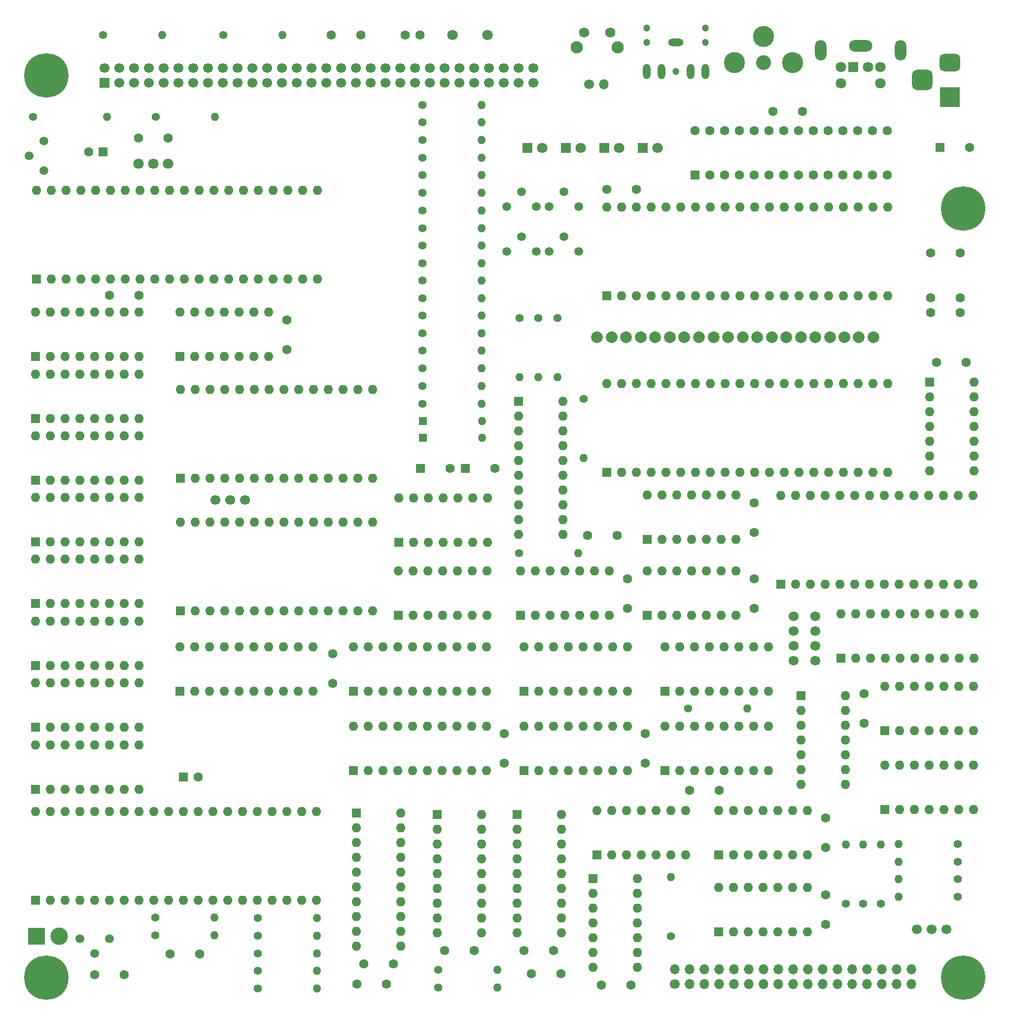
<source format=gbr>
%TF.GenerationSoftware,KiCad,Pcbnew,9.0.6*%
%TF.CreationDate,2026-01-15T01:14:34+00:00*%
%TF.ProjectId,EinsteinCE,45696e73-7465-4696-9e43-452e6b696361,rev?*%
%TF.SameCoordinates,Original*%
%TF.FileFunction,Soldermask,Top*%
%TF.FilePolarity,Negative*%
%FSLAX46Y46*%
G04 Gerber Fmt 4.6, Leading zero omitted, Abs format (unit mm)*
G04 Created by KiCad (PCBNEW 9.0.6) date 2026-01-15 01:14:34*
%MOMM*%
%LPD*%
G01*
G04 APERTURE LIST*
G04 Aperture macros list*
%AMRoundRect*
0 Rectangle with rounded corners*
0 $1 Rounding radius*
0 $2 $3 $4 $5 $6 $7 $8 $9 X,Y pos of 4 corners*
0 Add a 4 corners polygon primitive as box body*
4,1,4,$2,$3,$4,$5,$6,$7,$8,$9,$2,$3,0*
0 Add four circle primitives for the rounded corners*
1,1,$1+$1,$2,$3*
1,1,$1+$1,$4,$5*
1,1,$1+$1,$6,$7*
1,1,$1+$1,$8,$9*
0 Add four rect primitives between the rounded corners*
20,1,$1+$1,$2,$3,$4,$5,0*
20,1,$1+$1,$4,$5,$6,$7,0*
20,1,$1+$1,$6,$7,$8,$9,0*
20,1,$1+$1,$8,$9,$2,$3,0*%
G04 Aperture macros list end*
%ADD10C,1.400000*%
%ADD11O,1.400000X1.400000*%
%ADD12C,1.600000*%
%ADD13R,1.600000X1.600000*%
%ADD14O,1.600000X1.600000*%
%ADD15C,1.700000*%
%ADD16C,1.800000*%
%ADD17C,1.500000*%
%ADD18C,0.800000*%
%ADD19C,7.620000*%
%ADD20O,1.700000X1.700000*%
%ADD21C,2.550000*%
%ADD22C,3.616000*%
%ADD23R,3.000000X3.000000*%
%ADD24C,3.000000*%
%ADD25C,2.100000*%
%ADD26C,1.750000*%
%ADD27RoundRect,0.250000X0.550000X-0.550000X0.550000X0.550000X-0.550000X0.550000X-0.550000X-0.550000X0*%
%ADD28R,1.800000X1.800000*%
%ADD29R,1.700000X1.700000*%
%ADD30R,1.400000X1.400000*%
%ADD31C,1.200000*%
%ADD32O,2.616000X1.308000*%
%ADD33O,1.308000X2.616000*%
%ADD34O,2.000000X3.500000*%
%ADD35O,4.000000X2.000000*%
%ADD36C,2.000000*%
%ADD37R,3.500000X3.500000*%
%ADD38RoundRect,0.750000X-1.000000X0.750000X-1.000000X-0.750000X1.000000X-0.750000X1.000000X0.750000X0*%
%ADD39RoundRect,0.875000X-0.875000X0.875000X-0.875000X-0.875000X0.875000X-0.875000X0.875000X0.875000X0*%
G04 APERTURE END LIST*
D10*
%TO.C,R3*%
X72810000Y-202090000D03*
D11*
X82970000Y-202090000D03*
%TD*%
D12*
%TO.C,C122*%
X206030000Y-92640000D03*
X206030000Y-95180000D03*
%TD*%
%TO.C,C37*%
X108625000Y-207020000D03*
X113705000Y-207020000D03*
%TD*%
%TO.C,X121*%
X206050000Y-84890000D03*
X211130000Y-84890000D03*
%TD*%
D13*
%TO.C,I17*%
X157360000Y-134130000D03*
D14*
X159900000Y-134130000D03*
X162440000Y-134130000D03*
X164980000Y-134130000D03*
X167520000Y-134130000D03*
X170060000Y-134130000D03*
X172600000Y-134130000D03*
X172600000Y-126510000D03*
X170060000Y-126510000D03*
X167520000Y-126510000D03*
X164980000Y-126510000D03*
X162440000Y-126510000D03*
X159900000Y-126510000D03*
X157360000Y-126510000D03*
%TD*%
D13*
%TO.C,I42*%
X180245000Y-141790000D03*
D14*
X182785000Y-141790000D03*
X185325000Y-141790000D03*
X187865000Y-141790000D03*
X190405000Y-141790000D03*
X192945000Y-141790000D03*
X195485000Y-141790000D03*
X198025000Y-141790000D03*
X200565000Y-141790000D03*
X203105000Y-141790000D03*
X205645000Y-141790000D03*
X208185000Y-141790000D03*
X210725000Y-141790000D03*
X213265000Y-141790000D03*
X213265000Y-126550000D03*
X210725000Y-126550000D03*
X208185000Y-126550000D03*
X205645000Y-126550000D03*
X203105000Y-126550000D03*
X200565000Y-126550000D03*
X198025000Y-126550000D03*
X195485000Y-126550000D03*
X192945000Y-126550000D03*
X190405000Y-126550000D03*
X187865000Y-126550000D03*
X185325000Y-126550000D03*
X182785000Y-126550000D03*
X180245000Y-126550000D03*
%TD*%
D15*
%TO.C,M12*%
X203690000Y-201040000D03*
X206230000Y-201040000D03*
X208770000Y-201040000D03*
%TD*%
D10*
%TO.C,R123*%
X118700000Y-68550000D03*
D11*
X128860000Y-68550000D03*
%TD*%
D10*
%TO.C,R1*%
X72810000Y-199040000D03*
D11*
X82970000Y-199040000D03*
%TD*%
D13*
%TO.C,I48*%
X169630000Y-201460000D03*
D14*
X172170000Y-201460000D03*
X174710000Y-201460000D03*
X177250000Y-201460000D03*
X179790000Y-201460000D03*
X182330000Y-201460000D03*
X184870000Y-201460000D03*
X184870000Y-193840000D03*
X182330000Y-193840000D03*
X179790000Y-193840000D03*
X177250000Y-193840000D03*
X174710000Y-193840000D03*
X172170000Y-193840000D03*
X169630000Y-193840000D03*
%TD*%
D13*
%TO.C,I47*%
X148030000Y-192320000D03*
D14*
X148030000Y-194860000D03*
X148030000Y-197400000D03*
X148030000Y-199940000D03*
X148030000Y-202480000D03*
X148030000Y-205020000D03*
X148030000Y-207560000D03*
X155650000Y-207560000D03*
X155650000Y-205020000D03*
X155650000Y-202480000D03*
X155650000Y-199940000D03*
X155650000Y-197400000D03*
X155650000Y-194860000D03*
X155650000Y-192320000D03*
%TD*%
D12*
%TO.C,C27*%
X175680000Y-132900000D03*
X175680000Y-127820000D03*
%TD*%
D16*
%TO.C,C8*%
X129865000Y-47510000D03*
X123865000Y-47510000D03*
%TD*%
D12*
%TO.C,C34*%
X149490000Y-210600000D03*
X154570000Y-210600000D03*
%TD*%
D17*
%TO.C,Q123*%
X133180000Y-84690000D03*
X135720000Y-82150000D03*
X138260000Y-84690000D03*
%TD*%
D18*
%TO.C,HA4*%
X51252500Y-54390000D03*
X52089442Y-52369442D03*
X52089442Y-56410558D03*
X54110000Y-51532500D03*
D19*
X54110000Y-54390000D03*
D18*
X54110000Y-57247500D03*
X56130558Y-52369442D03*
X56130558Y-56410558D03*
X56967500Y-54390000D03*
%TD*%
D12*
%TO.C,C41*%
X132820000Y-172505000D03*
X132820000Y-167425000D03*
%TD*%
D13*
%TO.C,I52*%
X114632500Y-134630000D03*
D14*
X117172500Y-134630000D03*
X119712500Y-134630000D03*
X122252500Y-134630000D03*
X124792500Y-134630000D03*
X127332500Y-134630000D03*
X129872500Y-134630000D03*
X129872500Y-127010000D03*
X127332500Y-127010000D03*
X124792500Y-127010000D03*
X122252500Y-127010000D03*
X119712500Y-127010000D03*
X117172500Y-127010000D03*
X114632500Y-127010000D03*
%TD*%
D10*
%TO.C,R86*%
X118700000Y-101695000D03*
D11*
X128860000Y-101695000D03*
%TD*%
D13*
%TO.C,I25*%
X169630000Y-188270000D03*
D14*
X172170000Y-188270000D03*
X174710000Y-188270000D03*
X177250000Y-188270000D03*
X179790000Y-188270000D03*
X182330000Y-188270000D03*
X184870000Y-188270000D03*
X184870000Y-180650000D03*
X182330000Y-180650000D03*
X179790000Y-180650000D03*
X177250000Y-180650000D03*
X174710000Y-180650000D03*
X172170000Y-180650000D03*
X169630000Y-180650000D03*
%TD*%
D13*
%TO.C,I34*%
X183770000Y-160960000D03*
D14*
X183770000Y-163500000D03*
X183770000Y-166040000D03*
X183770000Y-168580000D03*
X183770000Y-171120000D03*
X183770000Y-173660000D03*
X183770000Y-176200000D03*
X191390000Y-176200000D03*
X191390000Y-173660000D03*
X191390000Y-171120000D03*
X191390000Y-168580000D03*
X191390000Y-166040000D03*
X191390000Y-163500000D03*
X191390000Y-160960000D03*
%TD*%
D13*
%TO.C,C23*%
X207620000Y-66770000D03*
D12*
X212700000Y-66770000D03*
%TD*%
%TO.C,C121*%
X178970000Y-60650000D03*
X184050000Y-60650000D03*
%TD*%
D15*
%TO.C,M5*%
X162040000Y-210440000D03*
D20*
X162040000Y-207900000D03*
X164580000Y-210440000D03*
X164580000Y-207900000D03*
X167120000Y-210440000D03*
X167120000Y-207900000D03*
X169660000Y-210440000D03*
X169660000Y-207900000D03*
X172200000Y-210440000D03*
X172200000Y-207900000D03*
X174740000Y-210440000D03*
X174740000Y-207900000D03*
X177280000Y-210440000D03*
X177280000Y-207900000D03*
X179820000Y-210440000D03*
X179820000Y-207900000D03*
X182360000Y-210440000D03*
X182360000Y-207900000D03*
X184900000Y-210440000D03*
X184900000Y-207900000D03*
X187440000Y-210440000D03*
X187440000Y-207900000D03*
X189980000Y-210440000D03*
X189980000Y-207900000D03*
X192520000Y-210440000D03*
X192520000Y-207900000D03*
X195060000Y-210440000D03*
X195060000Y-207900000D03*
X197600000Y-210440000D03*
X197600000Y-207900000D03*
X200140000Y-210440000D03*
X200140000Y-207900000D03*
X202680000Y-210440000D03*
X202680000Y-207900000D03*
%TD*%
D13*
%TO.C,I6*%
X136160000Y-173780000D03*
D14*
X138700000Y-173780000D03*
X141240000Y-173780000D03*
X143780000Y-173780000D03*
X146320000Y-173780000D03*
X148860000Y-173780000D03*
X151400000Y-173780000D03*
X153940000Y-173780000D03*
X153940000Y-166160000D03*
X151400000Y-166160000D03*
X148860000Y-166160000D03*
X146320000Y-166160000D03*
X143780000Y-166160000D03*
X141240000Y-166160000D03*
X138700000Y-166160000D03*
X136160000Y-166160000D03*
%TD*%
D13*
%TO.C,I100*%
X52420000Y-89360000D03*
D14*
X54960000Y-89360000D03*
X57500000Y-89360000D03*
X60040000Y-89360000D03*
X62580000Y-89360000D03*
X65120000Y-89360000D03*
X67660000Y-89360000D03*
X70200000Y-89360000D03*
X72740000Y-89360000D03*
X75280000Y-89360000D03*
X77820000Y-89360000D03*
X80360000Y-89360000D03*
X82900000Y-89360000D03*
X85440000Y-89360000D03*
X87980000Y-89360000D03*
X90520000Y-89360000D03*
X93060000Y-89360000D03*
X95600000Y-89360000D03*
X98140000Y-89360000D03*
X100680000Y-89360000D03*
X100680000Y-74120000D03*
X98140000Y-74120000D03*
X95600000Y-74120000D03*
X93060000Y-74120000D03*
X90520000Y-74120000D03*
X87980000Y-74120000D03*
X85440000Y-74120000D03*
X82900000Y-74120000D03*
X80360000Y-74120000D03*
X77820000Y-74120000D03*
X75280000Y-74120000D03*
X72740000Y-74120000D03*
X70200000Y-74120000D03*
X67660000Y-74120000D03*
X65120000Y-74120000D03*
X62580000Y-74120000D03*
X60040000Y-74120000D03*
X57500000Y-74120000D03*
X54960000Y-74120000D03*
X52420000Y-74120000D03*
%TD*%
D12*
%TO.C,C30*%
X153960000Y-145940000D03*
X153960000Y-140860000D03*
%TD*%
%TO.C,C47*%
X207060000Y-103740000D03*
X212140000Y-103740000D03*
%TD*%
%TO.C,C31*%
X194630000Y-165700000D03*
X194630000Y-160620000D03*
%TD*%
D13*
%TO.C,I28*%
X205830000Y-107065000D03*
D14*
X205830000Y-109605000D03*
X205830000Y-112145000D03*
X205830000Y-114685000D03*
X205830000Y-117225000D03*
X205830000Y-119765000D03*
X205830000Y-122305000D03*
X213450000Y-122305000D03*
X213450000Y-119765000D03*
X213450000Y-117225000D03*
X213450000Y-114685000D03*
X213450000Y-112145000D03*
X213450000Y-109605000D03*
X213450000Y-107065000D03*
%TD*%
D10*
%TO.C,R33*%
X121420000Y-211050000D03*
D11*
X131580000Y-211050000D03*
%TD*%
D12*
%TO.C,C123*%
X211130000Y-92640000D03*
X211130000Y-95180000D03*
%TD*%
D13*
%TO.C,C25*%
X118390000Y-121890000D03*
D12*
X123470000Y-121890000D03*
%TD*%
D18*
%TO.C,HA3*%
X51252500Y-209330000D03*
X52089442Y-207309442D03*
X52089442Y-211350558D03*
X54110000Y-206472500D03*
D19*
X54110000Y-209330000D03*
D18*
X54110000Y-212187500D03*
X56130558Y-207309442D03*
X56130558Y-211350558D03*
X56967500Y-209330000D03*
%TD*%
D10*
%TO.C,R125*%
X118700000Y-74560000D03*
D11*
X128860000Y-74560000D03*
%TD*%
D12*
%TO.C,X1*%
X103105000Y-47510000D03*
X108185000Y-47510000D03*
%TD*%
D13*
%TO.C,I61*%
X121280000Y-181320000D03*
D14*
X121280000Y-183860000D03*
X121280000Y-186400000D03*
X121280000Y-188940000D03*
X121280000Y-191480000D03*
X121280000Y-194020000D03*
X121280000Y-196560000D03*
X121280000Y-199100000D03*
X121280000Y-201640000D03*
X128900000Y-201640000D03*
X128900000Y-199100000D03*
X128900000Y-196560000D03*
X128900000Y-194020000D03*
X128900000Y-191480000D03*
X128900000Y-188940000D03*
X128900000Y-186400000D03*
X128900000Y-183860000D03*
X128900000Y-181320000D03*
%TD*%
D13*
%TO.C,IC157*%
X52260000Y-113330000D03*
D14*
X54800000Y-113330000D03*
X57340000Y-113330000D03*
X59880000Y-113330000D03*
X62420000Y-113330000D03*
X64960000Y-113330000D03*
X67500000Y-113330000D03*
X70040000Y-113330000D03*
X70040000Y-105710000D03*
X67500000Y-105710000D03*
X64960000Y-105710000D03*
X62420000Y-105710000D03*
X59880000Y-105710000D03*
X57340000Y-105710000D03*
X54800000Y-105710000D03*
X52260000Y-105710000D03*
%TD*%
D17*
%TO.C,Q121*%
X133180000Y-76940000D03*
X135720000Y-74400000D03*
X138260000Y-76940000D03*
%TD*%
D10*
%TO.C,R53*%
X118700000Y-59510000D03*
D11*
X128860000Y-59510000D03*
%TD*%
D10*
%TO.C,R28*%
X210700000Y-192475000D03*
D11*
X200540000Y-192475000D03*
%TD*%
D13*
%TO.C,I30*%
X150370000Y-122600000D03*
D14*
X152910000Y-122600000D03*
X155450000Y-122600000D03*
X157990000Y-122600000D03*
X160530000Y-122600000D03*
X163070000Y-122600000D03*
X165610000Y-122600000D03*
X168150000Y-122600000D03*
X170690000Y-122600000D03*
X173230000Y-122600000D03*
X175770000Y-122600000D03*
X178310000Y-122600000D03*
X180850000Y-122600000D03*
X183390000Y-122600000D03*
X185930000Y-122600000D03*
X188470000Y-122600000D03*
X191010000Y-122600000D03*
X193550000Y-122600000D03*
X196090000Y-122600000D03*
X198630000Y-122600000D03*
X198630000Y-107360000D03*
X196090000Y-107360000D03*
X193550000Y-107360000D03*
X191010000Y-107360000D03*
X188470000Y-107360000D03*
X185930000Y-107360000D03*
X183390000Y-107360000D03*
X180850000Y-107360000D03*
X178310000Y-107360000D03*
X175770000Y-107360000D03*
X173230000Y-107360000D03*
X170690000Y-107360000D03*
X168150000Y-107360000D03*
X165610000Y-107360000D03*
X163070000Y-107360000D03*
X160530000Y-107360000D03*
X157990000Y-107360000D03*
X155450000Y-107360000D03*
X152910000Y-107360000D03*
X150370000Y-107360000D03*
%TD*%
D12*
%TO.C,C7*%
X115805000Y-47510000D03*
X118345000Y-47510000D03*
%TD*%
%TO.C,C11*%
X62470000Y-208850000D03*
X67550000Y-208850000D03*
%TD*%
D17*
%TO.C,Q81*%
X53740000Y-70730000D03*
X51200000Y-68190000D03*
X53740000Y-65650000D03*
%TD*%
D21*
%TO.C,M81*%
X177300000Y-52230000D03*
D22*
X172300000Y-52230000D03*
X177300000Y-47730000D03*
X182300000Y-52230000D03*
%TD*%
D13*
%TO.C,I26*%
X160400000Y-173780000D03*
D14*
X162940000Y-173780000D03*
X165480000Y-173780000D03*
X168020000Y-173780000D03*
X170560000Y-173780000D03*
X173100000Y-173780000D03*
X175640000Y-173780000D03*
X178180000Y-173780000D03*
X178180000Y-166160000D03*
X175640000Y-166160000D03*
X173100000Y-166160000D03*
X170560000Y-166160000D03*
X168020000Y-166160000D03*
X165480000Y-166160000D03*
X162940000Y-166160000D03*
X160400000Y-166160000D03*
%TD*%
D13*
%TO.C,I60*%
X134950000Y-181320000D03*
D14*
X134950000Y-183860000D03*
X134950000Y-186400000D03*
X134950000Y-188940000D03*
X134950000Y-191480000D03*
X134950000Y-194020000D03*
X134950000Y-196560000D03*
X134950000Y-199100000D03*
X134950000Y-201640000D03*
X142570000Y-201640000D03*
X142570000Y-199100000D03*
X142570000Y-196560000D03*
X142570000Y-194020000D03*
X142570000Y-191480000D03*
X142570000Y-188940000D03*
X142570000Y-186400000D03*
X142570000Y-183860000D03*
X142570000Y-181320000D03*
%TD*%
D13*
%TO.C,I1*%
X52290000Y-196110000D03*
D14*
X54830000Y-196110000D03*
X57370000Y-196110000D03*
X59910000Y-196110000D03*
X62450000Y-196110000D03*
X64990000Y-196110000D03*
X67530000Y-196110000D03*
X70070000Y-196110000D03*
X72610000Y-196110000D03*
X75150000Y-196110000D03*
X77690000Y-196110000D03*
X80230000Y-196110000D03*
X82770000Y-196110000D03*
X85310000Y-196110000D03*
X87850000Y-196110000D03*
X90390000Y-196110000D03*
X92930000Y-196110000D03*
X95470000Y-196110000D03*
X98010000Y-196110000D03*
X100550000Y-196110000D03*
X100550000Y-180870000D03*
X98010000Y-180870000D03*
X95470000Y-180870000D03*
X92930000Y-180870000D03*
X90390000Y-180870000D03*
X87850000Y-180870000D03*
X85310000Y-180870000D03*
X82770000Y-180870000D03*
X80230000Y-180870000D03*
X77690000Y-180870000D03*
X75150000Y-180870000D03*
X72610000Y-180870000D03*
X70070000Y-180870000D03*
X67530000Y-180870000D03*
X64990000Y-180870000D03*
X62450000Y-180870000D03*
X59910000Y-180870000D03*
X57370000Y-180870000D03*
X54830000Y-180870000D03*
X52290000Y-180870000D03*
%TD*%
D10*
%TO.C,R54*%
X118700000Y-107760000D03*
D11*
X128860000Y-107760000D03*
%TD*%
D12*
%TO.C,C1*%
X152180000Y-133420000D03*
X147100000Y-133420000D03*
%TD*%
D10*
%TO.C,R11*%
X135370000Y-96050000D03*
D11*
X135370000Y-106210000D03*
%TD*%
D13*
%TO.C,I21*%
X157360000Y-147170000D03*
D14*
X159900000Y-147170000D03*
X162440000Y-147170000D03*
X164980000Y-147170000D03*
X167520000Y-147170000D03*
X170060000Y-147170000D03*
X172600000Y-147170000D03*
X172600000Y-139550000D03*
X170060000Y-139550000D03*
X167520000Y-139550000D03*
X164980000Y-139550000D03*
X162440000Y-139550000D03*
X159900000Y-139550000D03*
X157360000Y-139550000D03*
%TD*%
D13*
%TO.C,IC155*%
X52260000Y-134550000D03*
D14*
X54800000Y-134550000D03*
X57340000Y-134550000D03*
X59880000Y-134550000D03*
X62420000Y-134550000D03*
X64960000Y-134550000D03*
X67500000Y-134550000D03*
X70040000Y-134550000D03*
X70040000Y-126930000D03*
X67500000Y-126930000D03*
X64960000Y-126930000D03*
X62420000Y-126930000D03*
X59880000Y-126930000D03*
X57340000Y-126930000D03*
X54800000Y-126930000D03*
X52260000Y-126930000D03*
%TD*%
D10*
%TO.C,R36*%
X90480000Y-211220000D03*
D11*
X100640000Y-211220000D03*
%TD*%
D23*
%TO.C,M60*%
X52395000Y-202280000D03*
D24*
X56355000Y-202280000D03*
%TD*%
D25*
%TO.C,S1*%
X145220000Y-49580000D03*
X152230000Y-49580000D03*
D26*
X146470000Y-47090000D03*
X150970000Y-47090000D03*
%TD*%
D10*
%TO.C,R30*%
X210700000Y-189465000D03*
D11*
X200540000Y-189465000D03*
%TD*%
D27*
%TO.C,I121*%
X165520000Y-71570000D03*
D12*
X168060000Y-71570000D03*
X170600000Y-71570000D03*
X173140000Y-71570000D03*
X175680000Y-71570000D03*
X178220000Y-71570000D03*
X180760000Y-71570000D03*
X183300000Y-71570000D03*
X185840000Y-71570000D03*
X188380000Y-71570000D03*
X190920000Y-71570000D03*
X193460000Y-71570000D03*
X196000000Y-71570000D03*
X198540000Y-71570000D03*
X198540000Y-63950000D03*
X196000000Y-63950000D03*
X193460000Y-63950000D03*
X190920000Y-63950000D03*
X188380000Y-63950000D03*
X185840000Y-63950000D03*
X183300000Y-63950000D03*
X180760000Y-63950000D03*
X178220000Y-63950000D03*
X175680000Y-63950000D03*
X173140000Y-63950000D03*
X170600000Y-63950000D03*
X168060000Y-63950000D03*
X165520000Y-63950000D03*
%TD*%
%TO.C,X2*%
X137480000Y-208680000D03*
X142560000Y-208680000D03*
%TD*%
D17*
%TO.C,Q124*%
X140490000Y-84690000D03*
X143030000Y-82150000D03*
X145570000Y-84690000D03*
%TD*%
D12*
%TO.C,C42*%
X157020000Y-172505000D03*
X157020000Y-167425000D03*
%TD*%
D15*
%TO.C,M18*%
X83200000Y-127320000D03*
X85740000Y-127320000D03*
X88280000Y-127320000D03*
%TD*%
D10*
%TO.C,R7*%
X164360000Y-163110000D03*
D11*
X174520000Y-163110000D03*
%TD*%
D10*
%TO.C,R40*%
X146440000Y-110000000D03*
D11*
X146440000Y-120160000D03*
%TD*%
D13*
%TO.C,IC156*%
X52260000Y-123920000D03*
D14*
X54800000Y-123920000D03*
X57340000Y-123920000D03*
X59880000Y-123920000D03*
X62420000Y-123920000D03*
X64960000Y-123920000D03*
X67500000Y-123920000D03*
X70040000Y-123920000D03*
X70040000Y-116300000D03*
X67500000Y-116300000D03*
X64960000Y-116300000D03*
X62420000Y-116300000D03*
X59880000Y-116300000D03*
X57340000Y-116300000D03*
X54800000Y-116300000D03*
X52260000Y-116300000D03*
%TD*%
D10*
%TO.C,R91*%
X84560000Y-47510000D03*
D11*
X94720000Y-47510000D03*
%TD*%
D12*
%TO.C,C46*%
X155470000Y-73970000D03*
X150390000Y-73970000D03*
%TD*%
%TO.C,C33*%
X187970000Y-200230000D03*
X187970000Y-195150000D03*
%TD*%
D28*
%TO.C,D122*%
X143340000Y-66860000D03*
D16*
X145880000Y-66860000D03*
%TD*%
D15*
%TO.C,M8*%
X186250000Y-154960000D03*
X186250000Y-152420000D03*
X186250000Y-149880000D03*
X186250000Y-147340000D03*
%TD*%
D10*
%TO.C,R82*%
X118700000Y-89685000D03*
D11*
X128860000Y-89685000D03*
%TD*%
D10*
%TO.C,R27*%
X210700000Y-195470000D03*
D11*
X200540000Y-195470000D03*
%TD*%
D10*
%TO.C,R87*%
X118700000Y-104725000D03*
D11*
X128860000Y-104725000D03*
%TD*%
D12*
%TO.C,C81*%
X69970000Y-65190000D03*
X75050000Y-65190000D03*
%TD*%
D15*
%TO.C,S2*%
X147320000Y-55930000D03*
D20*
X149860000Y-55930000D03*
%TD*%
D16*
%TO.C,R88*%
X69990000Y-69610000D03*
X72530000Y-69610000D03*
X75070000Y-69610000D03*
%TD*%
D12*
%TO.C,C32*%
X188000000Y-187040000D03*
X188000000Y-181960000D03*
%TD*%
D13*
%TO.C,I122*%
X150370000Y-92290000D03*
D14*
X152910000Y-92290000D03*
X155450000Y-92290000D03*
X157990000Y-92290000D03*
X160530000Y-92290000D03*
X163070000Y-92290000D03*
X165610000Y-92290000D03*
X168150000Y-92290000D03*
X170690000Y-92290000D03*
X173230000Y-92290000D03*
X175770000Y-92290000D03*
X178310000Y-92290000D03*
X180850000Y-92290000D03*
X183390000Y-92290000D03*
X185930000Y-92290000D03*
X188470000Y-92290000D03*
X191010000Y-92290000D03*
X193550000Y-92290000D03*
X196090000Y-92290000D03*
X198630000Y-92290000D03*
X198630000Y-77050000D03*
X196090000Y-77050000D03*
X193550000Y-77050000D03*
X191010000Y-77050000D03*
X188470000Y-77050000D03*
X185930000Y-77050000D03*
X183390000Y-77050000D03*
X180850000Y-77050000D03*
X178310000Y-77050000D03*
X175770000Y-77050000D03*
X173230000Y-77050000D03*
X170690000Y-77050000D03*
X168150000Y-77050000D03*
X165610000Y-77050000D03*
X163070000Y-77050000D03*
X160530000Y-77050000D03*
X157990000Y-77050000D03*
X155450000Y-77050000D03*
X152910000Y-77050000D03*
X150370000Y-77050000D03*
%TD*%
D13*
%TO.C,IC158*%
X52260000Y-102725000D03*
D14*
X54800000Y-102725000D03*
X57340000Y-102725000D03*
X59880000Y-102725000D03*
X62420000Y-102725000D03*
X64960000Y-102725000D03*
X67500000Y-102725000D03*
X70040000Y-102725000D03*
X70040000Y-95105000D03*
X67500000Y-95105000D03*
X64960000Y-95105000D03*
X62420000Y-95105000D03*
X59880000Y-95105000D03*
X57340000Y-95105000D03*
X54800000Y-95105000D03*
X52260000Y-95105000D03*
%TD*%
D13*
%TO.C,I23*%
X77152500Y-146350000D03*
D14*
X79692500Y-146350000D03*
X82232500Y-146350000D03*
X84772500Y-146350000D03*
X87312500Y-146350000D03*
X89852500Y-146350000D03*
X92392500Y-146350000D03*
X94932500Y-146350000D03*
X97472500Y-146350000D03*
X100012500Y-146350000D03*
X102552500Y-146350000D03*
X105092500Y-146350000D03*
X107632500Y-146350000D03*
X110172500Y-146350000D03*
X110172500Y-131110000D03*
X107632500Y-131110000D03*
X105092500Y-131110000D03*
X102552500Y-131110000D03*
X100012500Y-131110000D03*
X97472500Y-131110000D03*
X94932500Y-131110000D03*
X92392500Y-131110000D03*
X89852500Y-131110000D03*
X87312500Y-131110000D03*
X84772500Y-131110000D03*
X82232500Y-131110000D03*
X79692500Y-131110000D03*
X77152500Y-131110000D03*
%TD*%
D13*
%TO.C,C43*%
X77680000Y-174870000D03*
D12*
X80180000Y-174870000D03*
%TD*%
D18*
%TO.C,HA2*%
X208732500Y-77250000D03*
X209569442Y-75229442D03*
X209569442Y-79270558D03*
X211590000Y-74392500D03*
D19*
X211590000Y-77250000D03*
D18*
X211590000Y-80107500D03*
X213610558Y-75229442D03*
X213610558Y-79270558D03*
X214447500Y-77250000D03*
%TD*%
D13*
%TO.C,I18*%
X148680000Y-188310000D03*
D14*
X151220000Y-188310000D03*
X153760000Y-188310000D03*
X156300000Y-188310000D03*
X158840000Y-188310000D03*
X161380000Y-188310000D03*
X163920000Y-188310000D03*
X163920000Y-180690000D03*
X161380000Y-180690000D03*
X158840000Y-180690000D03*
X156300000Y-180690000D03*
X153760000Y-180690000D03*
X151220000Y-180690000D03*
X148680000Y-180690000D03*
%TD*%
D10*
%TO.C,R126*%
X118700000Y-77600000D03*
D11*
X128860000Y-77600000D03*
%TD*%
D10*
%TO.C,R81*%
X118700000Y-86680000D03*
D11*
X128860000Y-86680000D03*
%TD*%
D12*
%TO.C,C10*%
X107430000Y-210470000D03*
X112510000Y-210470000D03*
%TD*%
D29*
%TO.C,M3*%
X64120000Y-55665000D03*
D15*
X64120000Y-53125000D03*
X66660000Y-55665000D03*
X66660000Y-53125000D03*
X69200000Y-55665000D03*
X69200000Y-53125000D03*
X71740000Y-55665000D03*
X71740000Y-53125000D03*
X74280000Y-55665000D03*
X74280000Y-53125000D03*
X76820000Y-55665000D03*
X76820000Y-53125000D03*
X79360000Y-55665000D03*
X79360000Y-53125000D03*
X81900000Y-55665000D03*
X81900000Y-53125000D03*
X84440000Y-55665000D03*
X84440000Y-53125000D03*
X86980000Y-55665000D03*
X86980000Y-53125000D03*
X89520000Y-55665000D03*
X89520000Y-53125000D03*
X92060000Y-55665000D03*
X92060000Y-53125000D03*
X94600000Y-55665000D03*
X94600000Y-53125000D03*
X97140000Y-55665000D03*
X97140000Y-53125000D03*
X99680000Y-55665000D03*
X99680000Y-53125000D03*
X102220000Y-55665000D03*
X102220000Y-53125000D03*
X104760000Y-55665000D03*
X104760000Y-53125000D03*
X107300000Y-55665000D03*
X107300000Y-53125000D03*
X109840000Y-55665000D03*
X109840000Y-53125000D03*
X112380000Y-55665000D03*
X112380000Y-53125000D03*
X114920000Y-55665000D03*
X114920000Y-53125000D03*
X117460000Y-55665000D03*
X117460000Y-53125000D03*
X120000000Y-55665000D03*
X120000000Y-53125000D03*
X122540000Y-55665000D03*
X122540000Y-53125000D03*
X125080000Y-55665000D03*
X125080000Y-53125000D03*
X127620000Y-55665000D03*
X127620000Y-53125000D03*
X130160000Y-55665000D03*
X130160000Y-53125000D03*
X132700000Y-55665000D03*
X132700000Y-53125000D03*
X135240000Y-55665000D03*
X135240000Y-53125000D03*
X137780000Y-55665000D03*
X137780000Y-53125000D03*
%TD*%
D13*
%TO.C,C20*%
X126090000Y-121930000D03*
D12*
X131170000Y-121930000D03*
%TD*%
D13*
%TO.C,IC151*%
X52260000Y-177025000D03*
D14*
X54800000Y-177025000D03*
X57340000Y-177025000D03*
X59880000Y-177025000D03*
X62420000Y-177025000D03*
X64960000Y-177025000D03*
X67500000Y-177025000D03*
X70040000Y-177025000D03*
X70040000Y-169405000D03*
X67500000Y-169405000D03*
X64960000Y-169405000D03*
X62420000Y-169405000D03*
X59880000Y-169405000D03*
X57340000Y-169405000D03*
X54800000Y-169405000D03*
X52260000Y-169405000D03*
%TD*%
D10*
%TO.C,R121*%
X118700000Y-62510000D03*
D11*
X128860000Y-62510000D03*
%TD*%
D10*
%TO.C,R8*%
X141950000Y-96050000D03*
D11*
X141950000Y-106210000D03*
%TD*%
D13*
%TO.C,I24*%
X77152500Y-123590000D03*
D14*
X79692500Y-123590000D03*
X82232500Y-123590000D03*
X84772500Y-123590000D03*
X87312500Y-123590000D03*
X89852500Y-123590000D03*
X92392500Y-123590000D03*
X94932500Y-123590000D03*
X97472500Y-123590000D03*
X100012500Y-123590000D03*
X102552500Y-123590000D03*
X105092500Y-123590000D03*
X107632500Y-123590000D03*
X110172500Y-123590000D03*
X110172500Y-108350000D03*
X107632500Y-108350000D03*
X105092500Y-108350000D03*
X102552500Y-108350000D03*
X100012500Y-108350000D03*
X97472500Y-108350000D03*
X94932500Y-108350000D03*
X92392500Y-108350000D03*
X89852500Y-108350000D03*
X87312500Y-108350000D03*
X84772500Y-108350000D03*
X82232500Y-108350000D03*
X79692500Y-108350000D03*
X77152500Y-108350000D03*
%TD*%
D10*
%TO.C,R50*%
X191430000Y-196660000D03*
D11*
X191430000Y-186500000D03*
%TD*%
D10*
%TO.C,R32*%
X121420000Y-208030000D03*
D11*
X131580000Y-208030000D03*
%TD*%
D13*
%TO.C,I3*%
X106897500Y-160135000D03*
D14*
X109437500Y-160135000D03*
X111977500Y-160135000D03*
X114517500Y-160135000D03*
X117057500Y-160135000D03*
X119597500Y-160135000D03*
X122137500Y-160135000D03*
X124677500Y-160135000D03*
X127217500Y-160135000D03*
X129757500Y-160135000D03*
X129757500Y-152515000D03*
X127217500Y-152515000D03*
X124677500Y-152515000D03*
X122137500Y-152515000D03*
X119597500Y-152515000D03*
X117057500Y-152515000D03*
X114517500Y-152515000D03*
X111977500Y-152515000D03*
X109437500Y-152515000D03*
X106897500Y-152515000D03*
%TD*%
D13*
%TO.C,I27*%
X160400000Y-160135000D03*
D14*
X162940000Y-160135000D03*
X165480000Y-160135000D03*
X168020000Y-160135000D03*
X170560000Y-160135000D03*
X173100000Y-160135000D03*
X175640000Y-160135000D03*
X178180000Y-160135000D03*
X178180000Y-152515000D03*
X175640000Y-152515000D03*
X173100000Y-152515000D03*
X170560000Y-152515000D03*
X168020000Y-152515000D03*
X165480000Y-152515000D03*
X162940000Y-152515000D03*
X160400000Y-152515000D03*
%TD*%
D13*
%TO.C,I36*%
X135260000Y-110380000D03*
D14*
X135260000Y-112920000D03*
X135260000Y-115460000D03*
X135260000Y-118000000D03*
X135260000Y-120540000D03*
X135260000Y-123080000D03*
X135260000Y-125620000D03*
X135260000Y-128160000D03*
X135260000Y-130700000D03*
X135260000Y-133240000D03*
X142880000Y-133240000D03*
X142880000Y-130700000D03*
X142880000Y-128160000D03*
X142880000Y-125620000D03*
X142880000Y-123080000D03*
X142880000Y-120540000D03*
X142880000Y-118000000D03*
X142880000Y-115460000D03*
X142880000Y-112920000D03*
X142880000Y-110380000D03*
%TD*%
D10*
%TO.C,R127*%
X118700000Y-80640000D03*
D11*
X128860000Y-80640000D03*
%TD*%
D30*
%TO.C,D4*%
X118840000Y-113740000D03*
D11*
X129000000Y-113740000D03*
%TD*%
D13*
%TO.C,I20*%
X114620000Y-147170000D03*
D14*
X117160000Y-147170000D03*
X119700000Y-147170000D03*
X122240000Y-147170000D03*
X124780000Y-147170000D03*
X127320000Y-147170000D03*
X129860000Y-147170000D03*
X129860000Y-139550000D03*
X127320000Y-139550000D03*
X124780000Y-139550000D03*
X122240000Y-139550000D03*
X119700000Y-139550000D03*
X117160000Y-139550000D03*
X114620000Y-139550000D03*
%TD*%
D13*
%TO.C,IC153*%
X52260000Y-155780000D03*
D14*
X54800000Y-155780000D03*
X57340000Y-155780000D03*
X59880000Y-155780000D03*
X62420000Y-155780000D03*
X64960000Y-155780000D03*
X67500000Y-155780000D03*
X70040000Y-155780000D03*
X70040000Y-148160000D03*
X67500000Y-148160000D03*
X64960000Y-148160000D03*
X62420000Y-148160000D03*
X59880000Y-148160000D03*
X57340000Y-148160000D03*
X54800000Y-148160000D03*
X52260000Y-148160000D03*
%TD*%
D12*
%TO.C,C36*%
X127620000Y-204730000D03*
X122540000Y-204730000D03*
%TD*%
%TO.C,C44*%
X95460000Y-101465000D03*
X95460000Y-96385000D03*
%TD*%
%TO.C,C35*%
X141290000Y-204730000D03*
X136210000Y-204730000D03*
%TD*%
D10*
%TO.C,R10*%
X138670000Y-96050000D03*
D11*
X138670000Y-106210000D03*
%TD*%
D10*
%TO.C,R4*%
X90480000Y-202200000D03*
D11*
X100640000Y-202200000D03*
%TD*%
D10*
%TO.C,R35*%
X90480000Y-208200000D03*
D11*
X100640000Y-208200000D03*
%TD*%
D10*
%TO.C,R85*%
X118700000Y-98695000D03*
D11*
X128860000Y-98695000D03*
%TD*%
D28*
%TO.C,D123*%
X149940000Y-66860000D03*
D16*
X152480000Y-66860000D03*
%TD*%
D13*
%TO.C,IC154*%
X52260000Y-145140000D03*
D14*
X54800000Y-145140000D03*
X57340000Y-145140000D03*
X59880000Y-145140000D03*
X62420000Y-145140000D03*
X64960000Y-145140000D03*
X67500000Y-145140000D03*
X70040000Y-145140000D03*
X70040000Y-137520000D03*
X67500000Y-137520000D03*
X64960000Y-137520000D03*
X62420000Y-137520000D03*
X59880000Y-137520000D03*
X57340000Y-137520000D03*
X54800000Y-137520000D03*
X52260000Y-137520000D03*
%TD*%
D10*
%TO.C,R52*%
X197470000Y-196660000D03*
D11*
X197470000Y-186500000D03*
%TD*%
D13*
%TO.C,I45*%
X198180000Y-166930000D03*
D14*
X200720000Y-166930000D03*
X203260000Y-166930000D03*
X205800000Y-166930000D03*
X208340000Y-166930000D03*
X210880000Y-166930000D03*
X213420000Y-166930000D03*
X213420000Y-159310000D03*
X210880000Y-159310000D03*
X208340000Y-159310000D03*
X205800000Y-159310000D03*
X203260000Y-159310000D03*
X200720000Y-159310000D03*
X198180000Y-159310000D03*
%TD*%
D31*
%TO.C,M11*%
X167290000Y-46280000D03*
X157290000Y-46280000D03*
X167290000Y-48780000D03*
X157290000Y-48780000D03*
X162290000Y-53780000D03*
D32*
X162290000Y-48780000D03*
D33*
X157290000Y-53780000D03*
X167290000Y-53780000D03*
X159790000Y-53780000D03*
X164790000Y-53780000D03*
%TD*%
D15*
%TO.C,M9*%
X182520000Y-154930000D03*
X182520000Y-152390000D03*
X182520000Y-149850000D03*
X182520000Y-147310000D03*
%TD*%
D13*
%TO.C,I5*%
X107350000Y-181120000D03*
D14*
X107350000Y-183660000D03*
X107350000Y-186200000D03*
X107350000Y-188740000D03*
X107350000Y-191280000D03*
X107350000Y-193820000D03*
X107350000Y-196360000D03*
X107350000Y-198900000D03*
X107350000Y-201440000D03*
X107350000Y-203980000D03*
X114970000Y-203980000D03*
X114970000Y-201440000D03*
X114970000Y-198900000D03*
X114970000Y-196360000D03*
X114970000Y-193820000D03*
X114970000Y-191280000D03*
X114970000Y-188740000D03*
X114970000Y-186200000D03*
X114970000Y-183660000D03*
X114970000Y-181120000D03*
%TD*%
D17*
%TO.C,Q4*%
X59910000Y-202720000D03*
X62450000Y-205260000D03*
X64990000Y-202720000D03*
%TD*%
D28*
%TO.C,M121*%
X192710000Y-52990000D03*
D16*
X195310000Y-52990000D03*
X190610000Y-52990000D03*
X197410000Y-52990000D03*
X190610000Y-55790000D03*
X197410000Y-55790000D03*
D34*
X200860000Y-50140000D03*
D35*
X194010000Y-49340000D03*
D34*
X187160000Y-50140000D03*
%TD*%
D10*
%TO.C,R2*%
X90470000Y-199160000D03*
D11*
X100630000Y-199160000D03*
%TD*%
D10*
%TO.C,R83*%
X118700000Y-92685000D03*
D11*
X128860000Y-92685000D03*
%TD*%
D18*
%TO.C,HA1*%
X208732500Y-209330000D03*
X209569442Y-207309442D03*
X209569442Y-211350558D03*
X211590000Y-206472500D03*
D19*
X211590000Y-209330000D03*
D18*
X211590000Y-212187500D03*
X213610558Y-207309442D03*
X213610558Y-211350558D03*
X214447500Y-209330000D03*
%TD*%
D17*
%TO.C,Q122*%
X140490000Y-76940000D03*
X143030000Y-74400000D03*
X145570000Y-76940000D03*
%TD*%
D10*
%TO.C,R84*%
X118700000Y-95685000D03*
D11*
X128860000Y-95685000D03*
%TD*%
D13*
%TO.C,I22*%
X135620000Y-147170000D03*
D14*
X138160000Y-147170000D03*
X140700000Y-147170000D03*
X143240000Y-147170000D03*
X145780000Y-147170000D03*
X148320000Y-147170000D03*
X150860000Y-147170000D03*
X150860000Y-139550000D03*
X148320000Y-139550000D03*
X145780000Y-139550000D03*
X143240000Y-139550000D03*
X140700000Y-139550000D03*
X138160000Y-139550000D03*
X135620000Y-139550000D03*
%TD*%
D28*
%TO.C,D121*%
X136740000Y-66860000D03*
D16*
X139280000Y-66860000D03*
%TD*%
D36*
%TO.C,M6*%
X148730000Y-99390000D03*
X151230000Y-99390000D03*
X153730000Y-99390000D03*
X156230000Y-99390000D03*
X158730000Y-99390000D03*
X161230000Y-99390000D03*
X163730000Y-99390000D03*
X166230000Y-99390000D03*
X168730000Y-99390000D03*
X171230000Y-99390000D03*
X173730000Y-99390000D03*
X176230000Y-99390000D03*
X178730000Y-99390000D03*
X181230000Y-99390000D03*
X183730000Y-99390000D03*
X186230000Y-99390000D03*
X188730000Y-99390000D03*
X191230000Y-99390000D03*
X193690000Y-99390000D03*
X196230000Y-99390000D03*
%TD*%
D12*
%TO.C,C28*%
X175670000Y-145940000D03*
X175670000Y-140860000D03*
%TD*%
%TO.C,C2*%
X169700000Y-177210000D03*
X164620000Y-177210000D03*
%TD*%
D10*
%TO.C,R31*%
X210700000Y-186465000D03*
D11*
X200540000Y-186465000D03*
%TD*%
D10*
%TO.C,R122*%
X118700000Y-65540000D03*
D11*
X128860000Y-65540000D03*
%TD*%
D10*
%TO.C,R89*%
X72900000Y-61530000D03*
D11*
X83060000Y-61530000D03*
%TD*%
D10*
%TO.C,L81*%
X51885000Y-61530000D03*
D11*
X64585000Y-61530000D03*
%TD*%
D13*
%TO.C,I2*%
X77112500Y-160135000D03*
D14*
X79652500Y-160135000D03*
X82192500Y-160135000D03*
X84732500Y-160135000D03*
X87272500Y-160135000D03*
X89812500Y-160135000D03*
X92352500Y-160135000D03*
X94892500Y-160135000D03*
X97432500Y-160135000D03*
X99972500Y-160135000D03*
X99972500Y-152515000D03*
X97432500Y-152515000D03*
X94892500Y-152515000D03*
X92352500Y-152515000D03*
X89812500Y-152515000D03*
X87272500Y-152515000D03*
X84732500Y-152515000D03*
X82192500Y-152515000D03*
X79652500Y-152515000D03*
X77112500Y-152515000D03*
%TD*%
D30*
%TO.C,D5*%
X118845000Y-116700000D03*
D11*
X129005000Y-116700000D03*
%TD*%
D28*
%TO.C,D124*%
X156540000Y-66860000D03*
D16*
X159080000Y-66860000D03*
%TD*%
D13*
%TO.C,I32*%
X77112500Y-102695000D03*
D14*
X79652500Y-102695000D03*
X82192500Y-102695000D03*
X84732500Y-102695000D03*
X87272500Y-102695000D03*
X89812500Y-102695000D03*
X92352500Y-102695000D03*
X92352500Y-95075000D03*
X89812500Y-95075000D03*
X87272500Y-95075000D03*
X84732500Y-95075000D03*
X82192500Y-95075000D03*
X79652500Y-95075000D03*
X77112500Y-95075000D03*
%TD*%
D10*
%TO.C,R6*%
X161430000Y-202270000D03*
D11*
X161430000Y-192110000D03*
%TD*%
D13*
%TO.C,I43*%
X190580000Y-154530000D03*
D14*
X193120000Y-154530000D03*
X195660000Y-154530000D03*
X198200000Y-154530000D03*
X200740000Y-154530000D03*
X203280000Y-154530000D03*
X205820000Y-154530000D03*
X208360000Y-154530000D03*
X210900000Y-154530000D03*
X213440000Y-154530000D03*
X213440000Y-146910000D03*
X210900000Y-146910000D03*
X208360000Y-146910000D03*
X205820000Y-146910000D03*
X203280000Y-146910000D03*
X200740000Y-146910000D03*
X198200000Y-146910000D03*
X195660000Y-146910000D03*
X193120000Y-146910000D03*
X190580000Y-146910000D03*
%TD*%
D10*
%TO.C,R5*%
X135310000Y-136440000D03*
D11*
X145470000Y-136440000D03*
%TD*%
D13*
%TO.C,C82*%
X63900000Y-67510000D03*
D12*
X61400000Y-67510000D03*
%TD*%
%TO.C,C38*%
X80450000Y-205310000D03*
X75370000Y-205310000D03*
%TD*%
D10*
%TO.C,R124*%
X118700000Y-71550000D03*
D11*
X128860000Y-71550000D03*
%TD*%
D10*
%TO.C,R34*%
X90480000Y-205200000D03*
D11*
X100640000Y-205200000D03*
%TD*%
D10*
%TO.C,R128*%
X118700000Y-83640000D03*
D11*
X128860000Y-83640000D03*
%TD*%
D13*
%TO.C,I44*%
X198180000Y-180530000D03*
D14*
X200720000Y-180530000D03*
X203260000Y-180530000D03*
X205800000Y-180530000D03*
X208340000Y-180530000D03*
X210880000Y-180530000D03*
X213420000Y-180530000D03*
X213420000Y-172910000D03*
X210880000Y-172910000D03*
X208340000Y-172910000D03*
X205800000Y-172910000D03*
X203260000Y-172910000D03*
X200720000Y-172910000D03*
X198180000Y-172910000D03*
%TD*%
D13*
%TO.C,I7*%
X136160000Y-160135000D03*
D14*
X138700000Y-160135000D03*
X141240000Y-160135000D03*
X143780000Y-160135000D03*
X146320000Y-160135000D03*
X148860000Y-160135000D03*
X151400000Y-160135000D03*
X153940000Y-160135000D03*
X153940000Y-152515000D03*
X151400000Y-152515000D03*
X148860000Y-152515000D03*
X146320000Y-152515000D03*
X143780000Y-152515000D03*
X141240000Y-152515000D03*
X138700000Y-152515000D03*
X136160000Y-152515000D03*
%TD*%
D12*
%TO.C,C40*%
X103310000Y-158860000D03*
X103310000Y-153780000D03*
%TD*%
D13*
%TO.C,IC152*%
X52260000Y-166390000D03*
D14*
X54800000Y-166390000D03*
X57340000Y-166390000D03*
X59880000Y-166390000D03*
X62420000Y-166390000D03*
X64960000Y-166390000D03*
X67500000Y-166390000D03*
X70040000Y-166390000D03*
X70040000Y-158770000D03*
X67500000Y-158770000D03*
X64960000Y-158770000D03*
X62420000Y-158770000D03*
X59880000Y-158770000D03*
X57340000Y-158770000D03*
X54800000Y-158770000D03*
X52260000Y-158770000D03*
%TD*%
D10*
%TO.C,R55*%
X118700000Y-110780000D03*
D11*
X128860000Y-110780000D03*
%TD*%
D12*
%TO.C,C45*%
X64930000Y-92170000D03*
X70010000Y-92170000D03*
%TD*%
D13*
%TO.C,I4*%
X106897500Y-173780000D03*
D14*
X109437500Y-173780000D03*
X111977500Y-173780000D03*
X114517500Y-173780000D03*
X117057500Y-173780000D03*
X119597500Y-173780000D03*
X122137500Y-173780000D03*
X124677500Y-173780000D03*
X127217500Y-173780000D03*
X129757500Y-173780000D03*
X129757500Y-166160000D03*
X127217500Y-166160000D03*
X124677500Y-166160000D03*
X122137500Y-166160000D03*
X119597500Y-166160000D03*
X117057500Y-166160000D03*
X114517500Y-166160000D03*
X111977500Y-166160000D03*
X109437500Y-166160000D03*
X106897500Y-166160000D03*
%TD*%
D10*
%TO.C,R51*%
X194440000Y-196660000D03*
D11*
X194440000Y-186500000D03*
%TD*%
D10*
%TO.C,R90*%
X63860000Y-47510000D03*
D11*
X74020000Y-47510000D03*
%TD*%
D37*
%TO.C,M7*%
X209290000Y-58190000D03*
D38*
X209290000Y-52190000D03*
D39*
X204590000Y-55190000D03*
%TD*%
M02*

</source>
